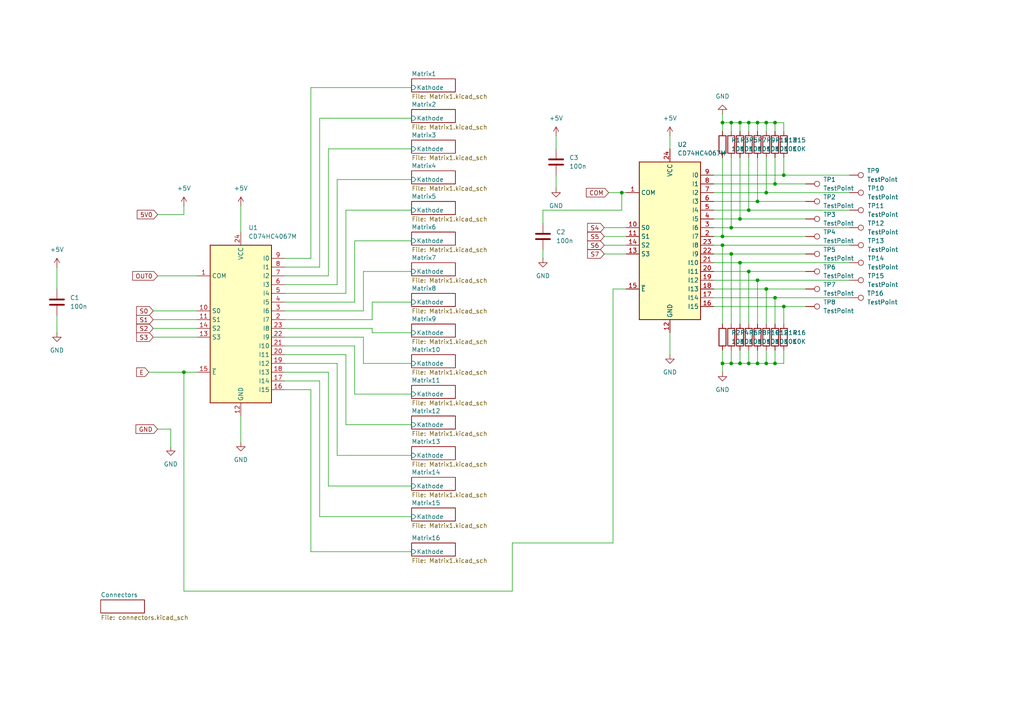
<source format=kicad_sch>
(kicad_sch (version 20231120) (generator "eeschema") (generator_version "8.0")
  (paper "A4")
  (lib_symbols
    (symbol "74xx:CD74HC4067M"
      (property "Reference" "U" (at -8.89 22.86 0))
      (property "Value" "CD74HC4067M" (at 1.27 22.86 0))
      (symbol "CD74HC4067M_0_1"
        (rectangle (start -8.89 21.59) (end 8.89 -24.13) (stroke (width 0.254)) (fill (type background)))
      )
      (symbol "CD74HC4067M_1_1"
        (pin passive line (at -12.7 12.7 0) (length 3.81) (name "COM") (number "1"))
        (pin input line (at -12.7 2.54 0) (length 3.81) (name "S0") (number "10"))
        (pin input line (at -12.7 0 0) (length 3.81) (name "S1") (number "11"))
        (pin power_in line (at 0 -27.94 90) (length 3.81) (name "GND") (number "12"))
        (pin input line (at -12.7 -5.08 0) (length 3.81) (name "S3") (number "13"))
        (pin input line (at -12.7 -2.54 0) (length 3.81) (name "S2") (number "14"))
        (pin input line (at -12.7 -15.24 0) (length 3.81) (name "~{E}") (number "15"))
        (pin passive line (at 12.7 -20.32 180) (length 3.81) (name "I15") (number "16"))
        (pin passive line (at 12.7 -17.78 180) (length 3.81) (name "I14") (number "17"))
        (pin passive line (at 12.7 -15.24 180) (length 3.81) (name "I13") (number "18"))
        (pin passive line (at 12.7 -12.7 180) (length 3.81) (name "I12") (number "19"))
        (pin passive line (at 12.7 0 180) (length 3.81) (name "I7") (number "2"))
        (pin passive line (at 12.7 -10.16 180) (length 3.81) (name "I11") (number "20"))
        (pin passive line (at 12.7 -7.62 180) (length 3.81) (name "I10") (number "21"))
        (pin passive line (at 12.7 -5.08 180) (length 3.81) (name "I9") (number "22"))
        (pin passive line (at 12.7 -2.54 180) (length 3.81) (name "I8") (number "23"))
        (pin power_in line (at 0 25.4 270) (length 3.81) (name "VCC") (number "24"))
        (pin passive line (at 12.7 2.54 180) (length 3.81) (name "I6") (number "3"))
        (pin passive line (at 12.7 5.08 180) (length 3.81) (name "I5") (number "4"))
        (pin passive line (at 12.7 7.62 180) (length 3.81) (name "I4") (number "5"))
        (pin passive line (at 12.7 10.16 180) (length 3.81) (name "I3") (number "6"))
        (pin passive line (at 12.7 12.7 180) (length 3.81) (name "I2") (number "7"))
        (pin passive line (at 12.7 15.24 180) (length 3.81) (name "I1") (number "8"))
        (pin passive line (at 12.7 17.78 180) (length 3.81) (name "I0") (number "9"))
      )
    )
    (symbol "Connector:TestPoint" (pin_numbers hide) (pin_names (offset 0.762) hide)
      (property "Reference" "TP" (at 0 6.858 0))
      (property "Value" "TestPoint" (at 0 5.08 0))
      (symbol "TestPoint_0_1"
        (circle (center 0 3.302) (radius 0.762))
      )
      (symbol "TestPoint_1_1"
        (pin passive line (at 0 0 90) (length 2.54) (name "1") (number "1"))
      )
    )
    (symbol "Device:C" (pin_numbers hide) (pin_names (offset 0.254))
      (property "Reference" "C" (at 0.635 2.54 0))
      (property "Value" "C" (at 0.635 -2.54 0))
      (symbol "C_0_1"
        (polyline (pts (xy -2.032 -0.762) (xy 2.032 -0.762)) (stroke (width 0.508)))
        (polyline (pts (xy -2.032 0.762) (xy 2.032 0.762)) (stroke (width 0.508)))
      )
      (symbol "C_1_1"
        (pin passive line (at 0 3.81 270) (length 2.794) (name "~") (number "1"))
        (pin passive line (at 0 -3.81 90) (length 2.794) (name "~") (number "2"))
      )
    )
    (symbol "Device:R" (pin_numbers hide) (pin_names (offset 0))
      (property "Reference" "R" (at 2.032 0 90))
      (property "Value" "R" (at 0 0 90))
      (symbol "R_0_1"
        (rectangle (start -1.016 -2.54) (end 1.016 2.54) (stroke (width 0.254)))
      )
      (symbol "R_1_1"
        (pin passive line (at 0 3.81 270) (length 1.27) (name "~") (number "1"))
        (pin passive line (at 0 -3.81 90) (length 1.27) (name "~") (number "2"))
      )
    )
    (symbol "power:+5V" (power) (pin_numbers hide) (pin_names (offset 0) hide)
      (property "Value" "+5V" (at 0 3.556 0))
      (symbol "+5V_0_1"
        (polyline (pts (xy -0.762 1.27) (xy 0 2.54)))
        (polyline (pts (xy 0 0) (xy 0 2.54)))
        (polyline (pts (xy 0 2.54) (xy 0.762 1.27)))
      )
      (symbol "+5V_1_1"
        (pin power_in line (at 0 0 90) (length 0) (name "~") (number "1"))
      )
    )
    (symbol "power:GND" (power) (pin_numbers hide) (pin_names (offset 0) hide)
      (property "Value" "GND" (at 0 -3.81 0))
      (symbol "GND_0_1"
        (polyline (pts (xy 0 0) (xy 0 -1.27) (xy 1.27 -1.27) (xy 0 -2.54) (xy -1.27 -1.27) (xy 0 -1.27)))
      )
      (symbol "GND_1_1"
        (pin power_in line (at 0 0 270) (length 0) (name "~") (number "1"))
      )
    )
  )
  (junction (at 53.34 107.95))
  (junction (at 227.33 50.8))
  (junction (at 217.17 78.74))
  (junction (at 217.17 60.96))
  (junction (at 222.25 105.41))
  (junction (at 227.33 88.9))
  (junction (at 209.55 105.41))
  (junction (at 217.17 105.41))
  (junction (at 212.09 35.56))
  (junction (at 224.79 86.36))
  (junction (at 219.71 35.56))
  (junction (at 219.71 81.28))
  (junction (at 217.17 35.56))
  (junction (at 209.55 71.12))
  (junction (at 212.09 66.04))
  (junction (at 219.71 105.41))
  (junction (at 209.55 35.56))
  (junction (at 214.63 105.41))
  (junction (at 214.63 35.56))
  (junction (at 224.79 35.56))
  (junction (at 224.79 105.41))
  (junction (at 212.09 105.41))
  (junction (at 224.79 53.34))
  (junction (at 209.55 68.58))
  (junction (at 222.25 35.56))
  (junction (at 222.25 83.82))
  (junction (at 214.63 63.5))
  (junction (at 219.71 58.42))
  (junction (at 212.09 73.66))
  (junction (at 214.63 76.2))
  (junction (at 222.25 55.88))
  (junction (at 180.34 55.88))
  (wire (pts (xy 227.33 101.6) (xy 227.33 105.41)))
  (wire (pts (xy 102.87 87.63) (xy 102.87 69.85)))
  (wire (pts (xy 219.71 105.41) (xy 217.17 105.41)))
  (wire (pts (xy 82.55 80.01) (xy 95.25 80.01)))
  (wire (pts (xy 207.01 86.36) (xy 224.79 86.36)))
  (wire (pts (xy 207.01 50.8) (xy 227.33 50.8)))
  (wire (pts (xy 16.51 91.44) (xy 16.51 96.52)))
  (wire (pts (xy 209.55 105.41) (xy 209.55 107.95)))
  (wire (pts (xy 194.31 39.37) (xy 194.31 43.18)))
  (wire (pts (xy 212.09 45.72) (xy 212.09 66.04)))
  (wire (pts (xy 53.34 62.23) (xy 53.34 59.69)))
  (wire (pts (xy 222.25 83.82) (xy 233.68 83.82)))
  (wire (pts (xy 214.63 35.56) (xy 212.09 35.56)))
  (wire (pts (xy 180.34 55.88) (xy 181.61 55.88)))
  (wire (pts (xy 177.8 157.48) (xy 148.59 157.48)))
  (wire (pts (xy 217.17 101.6) (xy 217.17 105.41)))
  (wire (pts (xy 90.17 25.4) (xy 119.38 25.4)))
  (wire (pts (xy 105.41 97.79) (xy 105.41 105.41)))
  (wire (pts (xy 207.01 68.58) (xy 209.55 68.58)))
  (wire (pts (xy 209.55 35.56) (xy 209.55 38.1)))
  (wire (pts (xy 224.79 101.6) (xy 224.79 105.41)))
  (wire (pts (xy 44.45 90.17) (xy 57.15 90.17)))
  (wire (pts (xy 217.17 35.56) (xy 217.17 38.1)))
  (wire (pts (xy 214.63 35.56) (xy 214.63 38.1)))
  (wire (pts (xy 214.63 76.2) (xy 214.63 93.98)))
  (wire (pts (xy 97.79 52.07) (xy 97.79 82.55)))
  (wire (pts (xy 69.85 59.69) (xy 69.85 67.31)))
  (wire (pts (xy 181.61 83.82) (xy 177.8 83.82)))
  (wire (pts (xy 92.71 149.86) (xy 92.71 110.49)))
  (wire (pts (xy 90.17 113.03) (xy 90.17 160.02)))
  (wire (pts (xy 44.45 97.79) (xy 57.15 97.79)))
  (wire (pts (xy 82.55 102.87) (xy 100.33 102.87)))
  (wire (pts (xy 207.01 63.5) (xy 214.63 63.5)))
  (wire (pts (xy 45.72 80.01) (xy 57.15 80.01)))
  (wire (pts (xy 175.26 73.66) (xy 181.61 73.66)))
  (wire (pts (xy 157.48 60.96) (xy 180.34 60.96)))
  (wire (pts (xy 175.26 71.12) (xy 181.61 71.12)))
  (wire (pts (xy 45.72 62.23) (xy 53.34 62.23)))
  (wire (pts (xy 82.55 92.71) (xy 107.95 92.71)))
  (wire (pts (xy 119.38 52.07) (xy 97.79 52.07)))
  (wire (pts (xy 100.33 85.09) (xy 100.33 60.96)))
  (wire (pts (xy 209.55 71.12) (xy 246.38 71.12)))
  (wire (pts (xy 157.48 72.39) (xy 157.48 74.93)))
  (wire (pts (xy 209.55 101.6) (xy 209.55 105.41)))
  (wire (pts (xy 222.25 83.82) (xy 222.25 93.98)))
  (wire (pts (xy 207.01 73.66) (xy 212.09 73.66)))
  (wire (pts (xy 105.41 78.74) (xy 105.41 90.17)))
  (wire (pts (xy 212.09 35.56) (xy 212.09 38.1)))
  (wire (pts (xy 82.55 87.63) (xy 102.87 87.63)))
  (wire (pts (xy 219.71 101.6) (xy 219.71 105.41)))
  (wire (pts (xy 207.01 81.28) (xy 219.71 81.28)))
  (wire (pts (xy 217.17 35.56) (xy 214.63 35.56)))
  (wire (pts (xy 227.33 88.9) (xy 233.68 88.9)))
  (wire (pts (xy 100.33 123.19) (xy 119.38 123.19)))
  (wire (pts (xy 92.71 34.29) (xy 92.71 77.47)))
  (wire (pts (xy 212.09 105.41) (xy 209.55 105.41)))
  (wire (pts (xy 207.01 60.96) (xy 217.17 60.96)))
  (wire (pts (xy 212.09 73.66) (xy 212.09 93.98)))
  (wire (pts (xy 212.09 73.66) (xy 233.68 73.66)))
  (wire (pts (xy 207.01 55.88) (xy 222.25 55.88)))
  (wire (pts (xy 105.41 105.41) (xy 119.38 105.41)))
  (wire (pts (xy 224.79 105.41) (xy 222.25 105.41)))
  (wire (pts (xy 119.38 132.08) (xy 97.79 132.08)))
  (wire (pts (xy 209.55 33.02) (xy 209.55 35.56)))
  (wire (pts (xy 227.33 50.8) (xy 246.38 50.8)))
  (wire (pts (xy 217.17 60.96) (xy 246.38 60.96)))
  (wire (pts (xy 95.25 140.97) (xy 119.38 140.97)))
  (wire (pts (xy 224.79 53.34) (xy 233.68 53.34)))
  (wire (pts (xy 161.29 50.8) (xy 161.29 54.61)))
  (wire (pts (xy 176.53 55.88) (xy 180.34 55.88)))
  (wire (pts (xy 119.38 96.52) (xy 107.95 96.52)))
  (wire (pts (xy 44.45 92.71) (xy 57.15 92.71)))
  (wire (pts (xy 217.17 78.74) (xy 217.17 93.98)))
  (wire (pts (xy 207.01 88.9) (xy 227.33 88.9)))
  (wire (pts (xy 224.79 86.36) (xy 246.38 86.36)))
  (wire (pts (xy 224.79 86.36) (xy 224.79 93.98)))
  (wire (pts (xy 222.25 105.41) (xy 219.71 105.41)))
  (wire (pts (xy 82.55 85.09) (xy 100.33 85.09)))
  (wire (pts (xy 214.63 45.72) (xy 214.63 63.5)))
  (wire (pts (xy 180.34 55.88) (xy 180.34 60.96)))
  (wire (pts (xy 161.29 39.37) (xy 161.29 43.18)))
  (wire (pts (xy 69.85 120.65) (xy 69.85 128.27)))
  (wire (pts (xy 209.55 45.72) (xy 209.55 68.58)))
  (wire (pts (xy 95.25 80.01) (xy 95.25 43.18)))
  (wire (pts (xy 102.87 69.85) (xy 119.38 69.85)))
  (wire (pts (xy 107.95 95.25) (xy 82.55 95.25)))
  (wire (pts (xy 53.34 107.95) (xy 57.15 107.95)))
  (wire (pts (xy 43.18 107.95) (xy 53.34 107.95)))
  (wire (pts (xy 222.25 101.6) (xy 222.25 105.41)))
  (wire (pts (xy 222.25 38.1) (xy 222.25 35.56)))
  (wire (pts (xy 95.25 43.18) (xy 119.38 43.18)))
  (wire (pts (xy 207.01 83.82) (xy 222.25 83.82)))
  (wire (pts (xy 217.17 45.72) (xy 217.17 60.96)))
  (wire (pts (xy 212.09 66.04) (xy 246.38 66.04)))
  (wire (pts (xy 119.38 34.29) (xy 92.71 34.29)))
  (wire (pts (xy 194.31 96.52) (xy 194.31 102.87)))
  (wire (pts (xy 219.71 35.56) (xy 222.25 35.56)))
  (wire (pts (xy 224.79 45.72) (xy 224.79 53.34)))
  (wire (pts (xy 175.26 68.58) (xy 181.61 68.58)))
  (wire (pts (xy 90.17 74.93) (xy 90.17 25.4)))
  (wire (pts (xy 219.71 58.42) (xy 233.68 58.42)))
  (wire (pts (xy 97.79 105.41) (xy 82.55 105.41)))
  (wire (pts (xy 219.71 81.28) (xy 246.38 81.28)))
  (wire (pts (xy 102.87 100.33) (xy 82.55 100.33)))
  (wire (pts (xy 107.95 92.71) (xy 107.95 87.63)))
  (wire (pts (xy 222.25 35.56) (xy 224.79 35.56)))
  (wire (pts (xy 45.72 124.46) (xy 49.53 124.46)))
  (wire (pts (xy 82.55 107.95) (xy 95.25 107.95)))
  (wire (pts (xy 92.71 77.47) (xy 82.55 77.47)))
  (wire (pts (xy 157.48 64.77) (xy 157.48 60.96)))
  (wire (pts (xy 227.33 45.72) (xy 227.33 50.8)))
  (wire (pts (xy 16.51 77.47) (xy 16.51 83.82)))
  (wire (pts (xy 97.79 132.08) (xy 97.79 105.41)))
  (wire (pts (xy 148.59 171.45) (xy 53.34 171.45)))
  (wire (pts (xy 53.34 171.45) (xy 53.34 107.95)))
  (wire (pts (xy 214.63 105.41) (xy 212.09 105.41)))
  (wire (pts (xy 107.95 87.63) (xy 119.38 87.63)))
  (wire (pts (xy 214.63 101.6) (xy 214.63 105.41)))
  (wire (pts (xy 209.55 71.12) (xy 209.55 93.98)))
  (wire (pts (xy 82.55 74.93) (xy 90.17 74.93)))
  (wire (pts (xy 219.71 45.72) (xy 219.71 58.42)))
  (wire (pts (xy 214.63 76.2) (xy 246.38 76.2)))
  (wire (pts (xy 224.79 35.56) (xy 227.33 35.56)))
  (wire (pts (xy 105.41 90.17) (xy 82.55 90.17)))
  (wire (pts (xy 107.95 96.52) (xy 107.95 95.25)))
  (wire (pts (xy 148.59 157.48) (xy 148.59 171.45)))
  (wire (pts (xy 207.01 58.42) (xy 219.71 58.42)))
  (wire (pts (xy 224.79 35.56) (xy 224.79 38.1)))
  (wire (pts (xy 97.79 82.55) (xy 82.55 82.55)))
  (wire (pts (xy 219.71 35.56) (xy 219.71 38.1)))
  (wire (pts (xy 217.17 105.41) (xy 214.63 105.41)))
  (wire (pts (xy 209.55 68.58) (xy 233.68 68.58)))
  (wire (pts (xy 82.55 113.03) (xy 90.17 113.03)))
  (wire (pts (xy 119.38 114.3) (xy 102.87 114.3)))
  (wire (pts (xy 82.55 97.79) (xy 105.41 97.79)))
  (wire (pts (xy 207.01 66.04) (xy 212.09 66.04)))
  (wire (pts (xy 207.01 76.2) (xy 214.63 76.2)))
  (wire (pts (xy 212.09 35.56) (xy 209.55 35.56)))
  (wire (pts (xy 44.45 95.25) (xy 57.15 95.25)))
  (wire (pts (xy 219.71 81.28) (xy 219.71 93.98)))
  (wire (pts (xy 212.09 101.6) (xy 212.09 105.41)))
  (wire (pts (xy 227.33 88.9) (xy 227.33 93.98)))
  (wire (pts (xy 207.01 53.34) (xy 224.79 53.34)))
  (wire (pts (xy 100.33 60.96) (xy 119.38 60.96)))
  (wire (pts (xy 102.87 114.3) (xy 102.87 100.33)))
  (wire (pts (xy 207.01 78.74) (xy 217.17 78.74)))
  (wire (pts (xy 119.38 149.86) (xy 92.71 149.86)))
  (wire (pts (xy 219.71 35.56) (xy 217.17 35.56)))
  (wire (pts (xy 214.63 63.5) (xy 233.68 63.5)))
  (wire (pts (xy 95.25 107.95) (xy 95.25 140.97)))
  (wire (pts (xy 222.25 45.72) (xy 222.25 55.88)))
  (wire (pts (xy 227.33 38.1) (xy 227.33 35.56)))
  (wire (pts (xy 92.71 110.49) (xy 82.55 110.49)))
  (wire (pts (xy 222.25 55.88) (xy 246.38 55.88)))
  (wire (pts (xy 49.53 129.54) (xy 49.53 124.46)))
  (wire (pts (xy 100.33 102.87) (xy 100.33 123.19)))
  (wire (pts (xy 177.8 83.82) (xy 177.8 157.48)))
  (wire (pts (xy 119.38 78.74) (xy 105.41 78.74)))
  (wire (pts (xy 227.33 105.41) (xy 224.79 105.41)))
  (wire (pts (xy 207.01 71.12) (xy 209.55 71.12)))
  (wire (pts (xy 175.26 66.04) (xy 181.61 66.04)))
  (wire (pts (xy 217.17 78.74) (xy 233.68 78.74)))
  (wire (pts (xy 90.17 160.02) (xy 119.38 160.02)))
  (global_label "S3" (shape input) (at 44.45 97.79 180) (property "Intersheetrefs" "${INTERSHEET_REFS}" (effects (hide yes))))
  (global_label "COM" (shape input) (at 176.53 55.88 180) (property "Intersheetrefs" "${INTERSHEET_REFS}" (effects (hide yes))))
  (global_label "5V0" (shape input) (at 45.72 62.23 180) (property "Intersheetrefs" "${INTERSHEET_REFS}" (effects (hide yes))))
  (global_label "GND" (shape input) (at 45.72 124.46 180) (property "Intersheetrefs" "${INTERSHEET_REFS}" (effects (hide yes))))
  (global_label "S5" (shape input) (at 175.26 68.58 180) (property "Intersheetrefs" "${INTERSHEET_REFS}" (effects (hide yes))))
  (global_label "S1" (shape input) (at 44.45 92.71 180) (property "Intersheetrefs" "${INTERSHEET_REFS}" (effects (hide yes))))
  (global_label "S4" (shape input) (at 175.26 66.04 180) (property "Intersheetrefs" "${INTERSHEET_REFS}" (effects (hide yes))))
  (global_label "S6" (shape input) (at 175.26 71.12 180) (property "Intersheetrefs" "${INTERSHEET_REFS}" (effects (hide yes))))
  (global_label "S2" (shape input) (at 44.45 95.25 180) (property "Intersheetrefs" "${INTERSHEET_REFS}" (effects (hide yes))))
  (global_label "E" (shape input) (at 43.18 107.95 180) (property "Intersheetrefs" "${INTERSHEET_REFS}" (effects (hide yes))))
  (global_label "S0" (shape input) (at 44.45 90.17 180) (property "Intersheetrefs" "${INTERSHEET_REFS}" (effects (hide yes))))
  (global_label "S7" (shape input) (at 175.26 73.66 180) (property "Intersheetrefs" "${INTERSHEET_REFS}" (effects (hide yes))))
  (global_label "OUT0" (shape input) (at 45.72 80.01 180) (property "Intersheetrefs" "${INTERSHEET_REFS}" (effects (hide yes))))
  (symbol (lib_id "Connector:TestPoint") (at 233.68 68.58 270) (unit 1)
    (property "Reference" "TP4" (at 238.76 67.3099 90) (effects (justify left)))
    (property "Value" "TestPoint" (at 238.76 69.8499 90) (effects (justify left)))
    (property "Footprint" "TestPoint:TestPoint_Pad_4.0x4.0mm" (effects (hide yes)))
    (property "Description" "test point" (effects (hide yes)))
  )
  (symbol (lib_id "Connector:TestPoint") (at 233.68 78.74 270) (unit 1)
    (property "Reference" "TP6" (at 238.76 77.4699 90) (effects (justify left)))
    (property "Value" "TestPoint" (at 238.76 80.0099 90) (effects (justify left)))
    (property "Footprint" "TestPoint:TestPoint_Pad_4.0x4.0mm" (effects (hide yes)))
    (property "Description" "test point" (effects (hide yes)))
  )
  (symbol (lib_id "power:GND") (at 49.53 129.54 0) (unit 1)
    (property "Reference" "#PWR04" (effects (hide yes)))
    (property "Value" "GND" (at 49.53 134.62 0))
    (property "Description" "Power symbol creates a global label with name \"GND\" , ground" (effects (hide yes)))
  )
  (symbol (lib_id "Device:R") (at 227.33 41.91 0) (unit 1)
    (property "Reference" "R15" (at 229.87 40.6399 0) (effects (justify left)))
    (property "Value" "10K" (at 229.87 43.1799 0) (effects (justify left)))
    (property "Footprint" "Resistor_SMD:R_0805_2012Metric" (effects (hide yes)))
    (property "Description" "Resistor" (effects (hide yes)))
  )
  (symbol (lib_id "power:+5V") (at 53.34 59.69 0) (unit 1)
    (property "Reference" "#PWR05" (effects (hide yes)))
    (property "Value" "+5V" (at 53.34 54.61 0))
    (property "Description" "Power symbol creates a global label with name \"+5V\"" (effects (hide yes)))
  )
  (symbol (lib_id "Device:R") (at 209.55 97.79 0) (unit 1)
    (property "Reference" "R2" (at 212.09 96.5199 0) (effects (justify left)))
    (property "Value" "10K" (at 212.09 99.0599 0) (effects (justify left)))
    (property "Footprint" "Resistor_SMD:R_0805_2012Metric" (effects (hide yes)))
    (property "Description" "Resistor" (effects (hide yes)))
  )
  (symbol (lib_id "Connector:TestPoint") (at 246.38 71.12 270) (unit 1)
    (property "Reference" "TP13" (at 251.6167 69.8499 90) (effects (justify left)))
    (property "Value" "TestPoint" (at 251.6167 72.3899 90) (effects (justify left)))
    (property "Footprint" "TestPoint:TestPoint_Pad_4.0x4.0mm" (effects (hide yes)))
    (property "Description" "test point" (effects (hide yes)))
  )
  (symbol (lib_id "Connector:TestPoint") (at 233.68 63.5 270) (unit 1)
    (property "Reference" "TP3" (at 238.76 62.2299 90) (effects (justify left)))
    (property "Value" "TestPoint" (at 238.76 64.7699 90) (effects (justify left)))
    (property "Footprint" "TestPoint:TestPoint_Pad_4.0x4.0mm" (effects (hide yes)))
    (property "Description" "test point" (effects (hide yes)))
  )
  (symbol (lib_id "74xx:CD74HC4067M") (at 69.85 92.71 0) (unit 1)
    (property "Reference" "U1" (at 72.0441 66.04 0) (effects (justify left)))
    (property "Value" "CD74HC4067M" (at 72.0441 68.58 0) (effects (justify left)))
    (property "Footprint" "Package_SO:SOIC-24W_7.5x15.4mm_P1.27mm" (effects (hide yes)))
    (property "Datasheet" "http://www.ti.com/lit/ds/symlink/cd74hc4067.pdf" (effects (hide yes)))
    (property "Description" "High-Speed CMOS Logic 16-Channel Analog Multiplexer/Demultiplexer, SOIC-24" (effects (hide yes)))
  )
  (symbol (lib_id "power:+5V") (at 16.51 77.47 0) (unit 1)
    (property "Reference" "#PWR01" (effects (hide yes)))
    (property "Value" "+5V" (at 16.51 72.39 0))
    (property "Description" "Power symbol creates a global label with name \"+5V\"" (effects (hide yes)))
  )
  (symbol (lib_id "power:GND") (at 16.51 96.52 0) (unit 1)
    (property "Reference" "#PWR02" (effects (hide yes)))
    (property "Value" "GND" (at 16.51 101.6 0))
    (property "Description" "Power symbol creates a global label with name \"GND\" , ground" (effects (hide yes)))
  )
  (symbol (lib_id "power:GND") (at 161.29 54.61 0) (unit 1)
    (property "Reference" "#PWR09" (effects (hide yes)))
    (property "Value" "GND" (at 161.29 59.69 0))
    (property "Description" "Power symbol creates a global label with name \"GND\" , ground" (effects (hide yes)))
  )
  (symbol (lib_id "Device:R") (at 222.25 97.79 0) (unit 1)
    (property "Reference" "R12" (at 224.79 96.5199 0) (effects (justify left)))
    (property "Value" "10K" (at 224.79 99.0599 0) (effects (justify left)))
    (property "Footprint" "Resistor_SMD:R_0805_2012Metric" (effects (hide yes)))
    (property "Description" "Resistor" (effects (hide yes)))
  )
  (symbol (lib_id "power:+5V") (at 161.29 39.37 0) (unit 1)
    (property "Reference" "#PWR08" (effects (hide yes)))
    (property "Value" "+5V" (at 161.29 34.29 0))
    (property "Description" "Power symbol creates a global label with name \"+5V\"" (effects (hide yes)))
  )
  (symbol (lib_id "Connector:TestPoint") (at 246.38 76.2 270) (unit 1)
    (property "Reference" "TP14" (at 251.6167 74.9299 90) (effects (justify left)))
    (property "Value" "TestPoint" (at 251.6167 77.4699 90) (effects (justify left)))
    (property "Footprint" "TestPoint:TestPoint_Pad_4.0x4.0mm" (effects (hide yes)))
    (property "Description" "test point" (effects (hide yes)))
  )
  (symbol (lib_id "Connector:TestPoint") (at 233.68 88.9 270) (unit 1)
    (property "Reference" "TP8" (at 238.76 87.6299 90) (effects (justify left)))
    (property "Value" "TestPoint" (at 238.76 90.1699 90) (effects (justify left)))
    (property "Footprint" "TestPoint:TestPoint_Pad_4.0x4.0mm" (effects (hide yes)))
    (property "Description" "test point" (effects (hide yes)))
  )
  (symbol (lib_id "Connector:TestPoint") (at 233.68 58.42 270) (unit 1)
    (property "Reference" "TP2" (at 238.76 57.1499 90) (effects (justify left)))
    (property "Value" "TestPoint" (at 238.76 59.6899 90) (effects (justify left)))
    (property "Footprint" "TestPoint:TestPoint_Pad_4.0x4.0mm" (effects (hide yes)))
    (property "Description" "test point" (effects (hide yes)))
  )
  (symbol (lib_id "Connector:TestPoint") (at 233.68 83.82 270) (unit 1)
    (property "Reference" "TP7" (at 238.76 82.5499 90) (effects (justify left)))
    (property "Value" "TestPoint" (at 238.76 85.0899 90) (effects (justify left)))
    (property "Footprint" "TestPoint:TestPoint_Pad_4.0x4.0mm" (effects (hide yes)))
    (property "Description" "test point" (effects (hide yes)))
  )
  (symbol (lib_id "Device:R") (at 214.63 41.91 0) (unit 1)
    (property "Reference" "R5" (at 217.17 40.6399 0) (effects (justify left)))
    (property "Value" "10K" (at 217.17 43.1799 0) (effects (justify left)))
    (property "Footprint" "Resistor_SMD:R_0805_2012Metric" (effects (hide yes)))
    (property "Description" "Resistor" (effects (hide yes)))
  )
  (symbol (lib_id "Device:R") (at 219.71 97.79 0) (unit 1)
    (property "Reference" "R10" (at 222.25 96.5199 0) (effects (justify left)))
    (property "Value" "10K" (at 222.25 99.0599 0) (effects (justify left)))
    (property "Footprint" "Resistor_SMD:R_0805_2012Metric" (effects (hide yes)))
    (property "Description" "Resistor" (effects (hide yes)))
  )
  (symbol (lib_id "Device:R") (at 219.71 41.91 0) (unit 1)
    (property "Reference" "R9" (at 222.25 40.6399 0) (effects (justify left)))
    (property "Value" "10K" (at 222.25 43.1799 0) (effects (justify left)))
    (property "Footprint" "Resistor_SMD:R_0805_2012Metric" (effects (hide yes)))
    (property "Description" "Resistor" (effects (hide yes)))
  )
  (symbol (lib_id "Connector:TestPoint") (at 246.38 50.8 270) (unit 1)
    (property "Reference" "TP9" (at 251.46 49.5299 90) (effects (justify left)))
    (property "Value" "TestPoint" (at 251.46 52.0699 90) (effects (justify left)))
    (property "Footprint" "TestPoint:TestPoint_Pad_4.0x4.0mm" (effects (hide yes)))
    (property "Description" "test point" (effects (hide yes)))
  )
  (symbol (lib_id "power:+5V") (at 194.31 39.37 0) (unit 1)
    (property "Reference" "#PWR010" (effects (hide yes)))
    (property "Value" "+5V" (at 194.31 34.29 0))
    (property "Description" "Power symbol creates a global label with name \"+5V\"" (effects (hide yes)))
  )
  (symbol (lib_id "Device:R") (at 227.33 97.79 0) (unit 1)
    (property "Reference" "R16" (at 229.87 96.5199 0) (effects (justify left)))
    (property "Value" "10K" (at 229.87 99.0599 0) (effects (justify left)))
    (property "Footprint" "Resistor_SMD:R_0805_2012Metric" (effects (hide yes)))
    (property "Description" "Resistor" (effects (hide yes)))
  )
  (symbol (lib_id "Device:R") (at 222.25 41.91 0) (unit 1)
    (property "Reference" "R11" (at 224.79 40.6399 0) (effects (justify left)))
    (property "Value" "10K" (at 224.79 43.1799 0) (effects (justify left)))
    (property "Footprint" "Resistor_SMD:R_0805_2012Metric" (effects (hide yes)))
    (property "Description" "Resistor" (effects (hide yes)))
  )
  (symbol (lib_id "Device:C") (at 157.48 68.58 0) (unit 1)
    (property "Reference" "C2" (at 161.29 67.3099 0) (effects (justify left)))
    (property "Value" "100n" (at 161.29 69.8499 0) (effects (justify left)))
    (property "Footprint" "Capacitor_SMD:C_0805_2012Metric" (effects (hide yes)))
    (property "Description" "Unpolarized capacitor" (effects (hide yes)))
  )
  (symbol (lib_id "Connector:TestPoint") (at 246.38 60.96 270) (unit 1)
    (property "Reference" "TP11" (at 251.6167 59.6899 90) (effects (justify left)))
    (property "Value" "TestPoint" (at 251.6167 62.2299 90) (effects (justify left)))
    (property "Footprint" "TestPoint:TestPoint_Pad_4.0x4.0mm" (effects (hide yes)))
    (property "Description" "test point" (effects (hide yes)))
  )
  (symbol (lib_id "power:GND") (at 194.31 102.87 0) (unit 1)
    (property "Reference" "#PWR011" (effects (hide yes)))
    (property "Value" "GND" (at 194.31 107.95 0))
    (property "Description" "Power symbol creates a global label with name \"GND\" , ground" (effects (hide yes)))
  )
  (symbol (lib_id "power:GND") (at 157.48 74.93 0) (unit 1)
    (property "Reference" "#PWR03" (effects (hide yes)))
    (property "Value" "GND" (at 157.48 80.01 0))
    (property "Description" "Power symbol creates a global label with name \"GND\" , ground" (effects (hide yes)))
  )
  (symbol (lib_id "power:+5V") (at 69.85 59.69 0) (unit 1)
    (property "Reference" "#PWR06" (effects (hide yes)))
    (property "Value" "+5V" (at 69.85 54.61 0))
    (property "Description" "Power symbol creates a global label with name \"+5V\"" (effects (hide yes)))
  )
  (symbol (lib_id "Device:R") (at 217.17 97.79 0) (unit 1)
    (property "Reference" "R8" (at 219.71 96.5199 0) (effects (justify left)))
    (property "Value" "10K" (at 219.71 99.0599 0) (effects (justify left)))
    (property "Footprint" "Resistor_SMD:R_0805_2012Metric" (effects (hide yes)))
    (property "Description" "Resistor" (effects (hide yes)))
  )
  (symbol (lib_id "Device:R") (at 224.79 41.91 0) (unit 1)
    (property "Reference" "R13" (at 227.33 40.6399 0) (effects (justify left)))
    (property "Value" "10K" (at 227.33 43.1799 0) (effects (justify left)))
    (property "Footprint" "Resistor_SMD:R_0805_2012Metric" (effects (hide yes)))
    (property "Description" "Resistor" (effects (hide yes)))
  )
  (symbol (lib_id "Device:C") (at 16.51 87.63 0) (unit 1)
    (property "Reference" "C1" (at 20.32 86.3599 0) (effects (justify left)))
    (property "Value" "100n" (at 20.32 88.8999 0) (effects (justify left)))
    (property "Footprint" "Capacitor_SMD:C_0805_2012Metric" (effects (hide yes)))
    (property "Description" "Unpolarized capacitor" (effects (hide yes)))
  )
  (symbol (lib_id "Device:R") (at 209.55 41.91 0) (unit 1)
    (property "Reference" "R1" (at 212.09 40.6399 0) (effects (justify left)))
    (property "Value" "10K" (at 212.09 43.1799 0) (effects (justify left)))
    (property "Footprint" "Resistor_SMD:R_0805_2012Metric" (effects (hide yes)))
    (property "Description" "Resistor" (effects (hide yes)))
  )
  (symbol (lib_id "Device:C") (at 161.29 46.99 0) (unit 1)
    (property "Reference" "C3" (at 165.1 45.7199 0) (effects (justify left)))
    (property "Value" "100n" (at 165.1 48.2599 0) (effects (justify left)))
    (property "Footprint" "Capacitor_SMD:C_0805_2012Metric" (effects (hide yes)))
    (property "Description" "Unpolarized capacitor" (effects (hide yes)))
  )
  (symbol (lib_id "Connector:TestPoint") (at 233.68 73.66 270) (unit 1)
    (property "Reference" "TP5" (at 238.76 72.3899 90) (effects (justify left)))
    (property "Value" "TestPoint" (at 238.76 74.9299 90) (effects (justify left)))
    (property "Footprint" "TestPoint:TestPoint_Pad_4.0x4.0mm" (effects (hide yes)))
    (property "Description" "test point" (effects (hide yes)))
  )
  (symbol (lib_id "Device:R") (at 224.79 97.79 0) (unit 1)
    (property "Reference" "R14" (at 227.33 96.5199 0) (effects (justify left)))
    (property "Value" "10K" (at 227.33 99.0599 0) (effects (justify left)))
    (property "Footprint" "Resistor_SMD:R_0805_2012Metric" (effects (hide yes)))
    (property "Description" "Resistor" (effects (hide yes)))
  )
  (symbol (lib_id "Device:R") (at 214.63 97.79 0) (unit 1)
    (property "Reference" "R6" (at 217.17 96.5199 0) (effects (justify left)))
    (property "Value" "10K" (at 217.17 99.0599 0) (effects (justify left)))
    (property "Footprint" "Resistor_SMD:R_0805_2012Metric" (effects (hide yes)))
    (property "Description" "Resistor" (effects (hide yes)))
  )
  (symbol (lib_id "power:GND") (at 69.85 128.27 0) (unit 1)
    (property "Reference" "#PWR07" (effects (hide yes)))
    (property "Value" "GND" (at 69.85 133.35 0))
    (property "Description" "Power symbol creates a global label with name \"GND\" , ground" (effects (hide yes)))
  )
  (symbol (lib_id "74xx:CD74HC4067M") (at 194.31 68.58 0) (unit 1)
    (property "Reference" "U2" (at 196.5041 41.91 0) (effects (justify left)))
    (property "Value" "CD74HC4067M" (at 196.5041 44.45 0) (effects (justify left)))
    (property "Footprint" "Package_SO:SOIC-24W_7.5x15.4mm_P1.27mm" (effects (hide yes)))
    (property "Datasheet" "http://www.ti.com/lit/ds/symlink/cd74hc4067.pdf" (effects (hide yes)))
    (property "Description" "High-Speed CMOS Logic 16-Channel Analog Multiplexer/Demultiplexer, SOIC-24" (effects (hide yes)))
  )
  (symbol (lib_id "power:GND") (at 209.55 33.02 180) (unit 1)
    (property "Reference" "#PWR012" (effects (hide yes)))
    (property "Value" "GND" (at 209.55 27.94 0))
    (property "Description" "Power symbol creates a global label with name \"GND\" , ground" (effects (hide yes)))
  )
  (symbol (lib_id "Connector:TestPoint") (at 246.38 66.04 270) (unit 1)
    (property "Reference" "TP12" (at 251.6167 64.7699 90) (effects (justify left)))
    (property "Value" "TestPoint" (at 251.6167 67.3099 90) (effects (justify left)))
    (property "Footprint" "TestPoint:TestPoint_Pad_4.0x4.0mm" (effects (hide yes)))
    (property "Description" "test point" (effects (hide yes)))
  )
  (symbol (lib_id "Device:R") (at 212.09 97.79 0) (unit 1)
    (property "Reference" "R4" (at 214.63 96.5199 0) (effects (justify left)))
    (property "Value" "10K" (at 214.63 99.0599 0) (effects (justify left)))
    (property "Footprint" "Resistor_SMD:R_0805_2012Metric" (effects (hide yes)))
    (property "Description" "Resistor" (effects (hide yes)))
  )
  (symbol (lib_id "Connector:TestPoint") (at 246.38 86.36 270) (unit 1)
    (property "Reference" "TP16" (at 251.46 85.0899 90) (effects (justify left)))
    (property "Value" "TestPoint" (at 251.46 87.6299 90) (effects (justify left)))
    (property "Footprint" "TestPoint:TestPoint_Pad_4.0x4.0mm" (effects (hide yes)))
    (property "Description" "test point" (effects (hide yes)))
  )
  (symbol (lib_id "Connector:TestPoint") (at 246.38 81.28 270) (unit 1)
    (property "Reference" "TP15" (at 251.6167 80.0099 90) (effects (justify left)))
    (property "Value" "TestPoint" (at 251.6167 82.5499 90) (effects (justify left)))
    (property "Footprint" "TestPoint:TestPoint_Pad_4.0x4.0mm" (effects (hide yes)))
    (property "Description" "test point" (effects (hide yes)))
  )
  (symbol (lib_id "power:GND") (at 209.55 107.95 0) (unit 1)
    (property "Reference" "#PWR013" (effects (hide yes)))
    (property "Value" "GND" (at 209.55 113.03 0))
    (property "Description" "Power symbol creates a global label with name \"GND\" , ground" (effects (hide yes)))
  )
  (symbol (lib_id "Device:R") (at 212.09 41.91 0) (unit 1)
    (property "Reference" "R3" (at 214.63 40.6399 0) (effects (justify left)))
    (property "Value" "10K" (at 214.63 43.1799 0) (effects (justify left)))
    (property "Footprint" "Resistor_SMD:R_0805_2012Metric" (effects (hide yes)))
    (property "Description" "Resistor" (effects (hide yes)))
  )
  (symbol (lib_id "Connector:TestPoint") (at 233.68 53.34 270) (unit 1)
    (property "Reference" "TP1" (at 238.76 52.0699 90) (effects (justify left)))
    (property "Value" "TestPoint" (at 238.76 54.6099 90) (effects (justify left)))
    (property "Footprint" "TestPoint:TestPoint_Pad_4.0x4.0mm" (effects (hide yes)))
    (property "Description" "test point" (effects (hide yes)))
  )
  (symbol (lib_id "Connector:TestPoint") (at 246.38 55.88 270) (unit 1)
    (property "Reference" "TP10" (at 251.6167 54.6099 90) (effects (justify left)))
    (property "Value" "TestPoint" (at 251.6167 57.1499 90) (effects (justify left)))
    (property "Footprint" "TestPoint:TestPoint_Pad_4.0x4.0mm" (effects (hide yes)))
    (property "Description" "test point" (effects (hide yes)))
  )
  (symbol (lib_id "Device:R") (at 217.17 41.91 0) (unit 1)
    (property "Reference" "R7" (at 219.71 40.6399 0) (effects (justify left)))
    (property "Value" "10K" (at 219.71 43.1799 0) (effects (justify left)))
    (property "Footprint" "Resistor_SMD:R_0805_2012Metric" (effects (hide yes)))
    (property "Description" "Resistor" (effects (hide yes)))
  )
  (sheet (at 119.38 22.86) (size 12.7 3.81) (stroke (width 0.1524))
    (property "Sheetname" "Matrix1" (at 119.38 22.1484 0) (effects (justify left bottom)))
    (property "Sheetfile" "Matrix1.kicad_sch" (at 119.38 27.2546 0) (effects (justify left top)))
    (pin "Kathode" input (at 119.38 25.4 180))
  )
  (sheet (at 119.38 67.31) (size 12.7 3.81) (stroke (width 0.1524))
    (property "Sheetname" "Matrix6" (at 119.38 66.5984 0) (effects (justify left bottom)))
    (property "Sheetfile" "Matrix1.kicad_sch" (at 119.38 71.7046 0) (effects (justify left top)))
    (pin "Kathode" input (at 119.38 69.85 180))
  )
  (sheet (at 119.38 31.75) (size 12.7 3.81) (stroke (width 0.1524))
    (property "Sheetname" "Matrix2" (at 119.38 31.0384 0) (effects (justify left bottom)))
    (property "Sheetfile" "Matrix1.kicad_sch" (at 119.38 36.1446 0) (effects (justify left top)))
    (pin "Kathode" input (at 119.38 34.29 180))
  )
  (sheet (at 119.38 58.42) (size 12.7 3.81) (stroke (width 0.1524))
    (property "Sheetname" "Matrix5" (at 119.38 57.7084 0) (effects (justify left bottom)))
    (property "Sheetfile" "Matrix1.kicad_sch" (at 119.38 62.8146 0) (effects (justify left top)))
    (pin "Kathode" input (at 119.38 60.96 180))
  )
  (sheet (at 29.21 173.99) (size 12.7 3.81) (stroke (width 0.1524))
    (property "Sheetname" "Connectors" (at 29.21 173.2784 0) (effects (justify left bottom)))
    (property "Sheetfile" "connectors.kicad_sch" (at 29.21 178.3846 0) (effects (justify left top)))
  )
  (sheet (at 119.38 49.53) (size 12.7 3.81) (stroke (width 0.1524))
    (property "Sheetname" "Matrix4" (at 119.38 48.8184 0) (effects (justify left bottom)))
    (property "Sheetfile" "Matrix1.kicad_sch" (at 119.38 53.9246 0) (effects (justify left top)))
    (pin "Kathode" input (at 119.38 52.07 180))
  )
  (sheet (at 119.38 93.98) (size 12.7 3.81) (stroke (width 0.1524))
    (property "Sheetname" "Matrix9" (at 119.38 93.2684 0) (effects (justify left bottom)))
    (property "Sheetfile" "Matrix1.kicad_sch" (at 119.38 98.3746 0) (effects (justify left top)))
    (pin "Kathode" input (at 119.38 96.52 180))
  )
  (sheet (at 119.38 138.43) (size 12.7 3.81) (stroke (width 0.1524))
    (property "Sheetname" "Matrix14" (at 119.38 137.7184 0) (effects (justify left bottom)))
    (property "Sheetfile" "Matrix1.kicad_sch" (at 119.38 142.8246 0) (effects (justify left top)))
    (pin "Kathode" input (at 119.38 140.97 180))
  )
  (sheet (at 119.38 147.32) (size 12.7 3.81) (stroke (width 0.1524))
    (property "Sheetname" "Matrix15" (at 119.38 146.6084 0) (effects (justify left bottom)))
    (property "Sheetfile" "Matrix1.kicad_sch" (at 119.38 151.7146 0) (effects (justify left top)))
    (pin "Kathode" input (at 119.38 149.86 180))
  )
  (sheet (at 119.38 102.87) (size 12.7 3.81) (stroke (width 0.1524))
    (property "Sheetname" "Matrix10" (at 119.38 102.1584 0) (effects (justify left bottom)))
    (property "Sheetfile" "Matrix1.kicad_sch" (at 119.38 107.2646 0) (effects (justify left top)))
    (pin "Kathode" input (at 119.38 105.41 180))
  )
  (sheet (at 119.38 111.76) (size 12.7 3.81) (stroke (width 0.1524))
    (property "Sheetname" "Matrix11" (at 119.38 111.0484 0) (effects (justify left bottom)))
    (property "Sheetfile" "Matrix1.kicad_sch" (at 119.38 116.1546 0) (effects (justify left top)))
    (pin "Kathode" input (at 119.38 114.3 180))
  )
  (sheet (at 119.38 85.09) (size 12.7 3.81) (stroke (width 0.1524))
    (property "Sheetname" "Matrix8" (at 119.38 84.3784 0) (effects (justify left bottom)))
    (property "Sheetfile" "Matrix1.kicad_sch" (at 119.38 89.4846 0) (effects (justify left top)))
    (pin "Kathode" input (at 119.38 87.63 180))
  )
  (sheet (at 119.38 120.65) (size 12.7 3.81) (stroke (width 0.1524))
    (property "Sheetname" "Matrix12" (at 119.38 119.9384 0) (effects (justify left bottom)))
    (property "Sheetfile" "Matrix1.kicad_sch" (at 119.38 125.0446 0) (effects (justify left top)))
    (pin "Kathode" input (at 119.38 123.19 180))
  )
  (sheet (at 119.38 76.2) (size 12.7 3.81) (stroke (width 0.1524))
    (property "Sheetname" "Matrix7" (at 119.38 75.4884 0) (effects (justify left bottom)))
    (property "Sheetfile" "Matrix1.kicad_sch" (at 119.38 80.5946 0) (effects (justify left top)))
    (pin "Kathode" input (at 119.38 78.74 180))
  )
  (sheet (at 119.38 40.64) (size 12.7 3.81) (stroke (width 0.1524))
    (property "Sheetname" "Matrix3" (at 119.38 39.9284 0) (effects (justify left bottom)))
    (property "Sheetfile" "Matrix1.kicad_sch" (at 119.38 45.0346 0) (effects (justify left top)))
    (pin "Kathode" input (at 119.38 43.18 180))
  )
  (sheet (at 119.38 129.54) (size 12.7 3.81) (stroke (width 0.1524))
    (property "Sheetname" "Matrix13" (at 119.38 128.8284 0) (effects (justify left bottom)))
    (property "Sheetfile" "Matrix1.kicad_sch" (at 119.38 133.9346 0) (effects (justify left top)))
    (pin "Kathode" input (at 119.38 132.08 180))
  )
  (sheet (at 119.38 157.48) (size 12.7 3.81) (stroke (width 0.1524))
    (property "Sheetname" "Matrix16" (at 119.38 156.7684 0) (effects (justify left bottom)))
    (property "Sheetfile" "Matrix1.kicad_sch" (at 119.38 161.8746 0) (effects (justify left top)))
    (pin "Kathode" input (at 119.38 160.02 180))
  )
)
</source>
